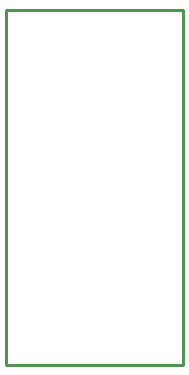
<source format=gm1>
G04*
G04 #@! TF.GenerationSoftware,Altium Limited,Altium Designer,24.10.1 (45)*
G04*
G04 Layer_Color=16711935*
%FSLAX44Y44*%
%MOMM*%
G71*
G04*
G04 #@! TF.SameCoordinates,79C6D601-A39B-46A2-8E03-E2448EDDA2BC*
G04*
G04*
G04 #@! TF.FilePolarity,Positive*
G04*
G01*
G75*
%ADD35C,0.2540*%
D35*
X-75000Y0D02*
X75000D01*
X-75000D02*
Y300000D01*
X75000Y0D02*
Y300000D01*
X-75000D02*
X75000D01*
M02*

</source>
